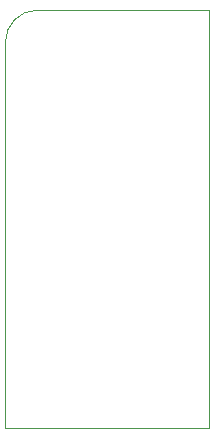
<source format=gbr>
%TF.GenerationSoftware,KiCad,Pcbnew,9.0.1*%
%TF.CreationDate,2025-11-18T22:08:47-05:00*%
%TF.ProjectId,OshEasyMini,4f736845-6173-4794-9d69-6e692e6b6963,rev?*%
%TF.SameCoordinates,Original*%
%TF.FileFunction,Profile,NP*%
%FSLAX46Y46*%
G04 Gerber Fmt 4.6, Leading zero omitted, Abs format (unit mm)*
G04 Created by KiCad (PCBNEW 9.0.1) date 2025-11-18 22:08:47*
%MOMM*%
%LPD*%
G01*
G04 APERTURE LIST*
%TA.AperFunction,Profile*%
%ADD10C,0.050000*%
%TD*%
G04 APERTURE END LIST*
D10*
X107200000Y-32700000D02*
X107200000Y-30000000D01*
X90000000Y-62700000D02*
X90000000Y-32700000D01*
X104500000Y-65400000D02*
X92700000Y-65400000D01*
X90000000Y-32700000D02*
G75*
G02*
X92700000Y-30000000I2700000J0D01*
G01*
X92700000Y-65400000D02*
X90000000Y-65400000D01*
X107200000Y-65400000D02*
X104500000Y-65400000D01*
X107200000Y-32700000D02*
X107200000Y-62700000D01*
X90000000Y-65400000D02*
X90000000Y-62700000D01*
X107200000Y-62700000D02*
X107200000Y-65400000D01*
X92700000Y-30000000D02*
X104500000Y-30000000D01*
X104500000Y-30000000D02*
X107200000Y-30000000D01*
M02*

</source>
